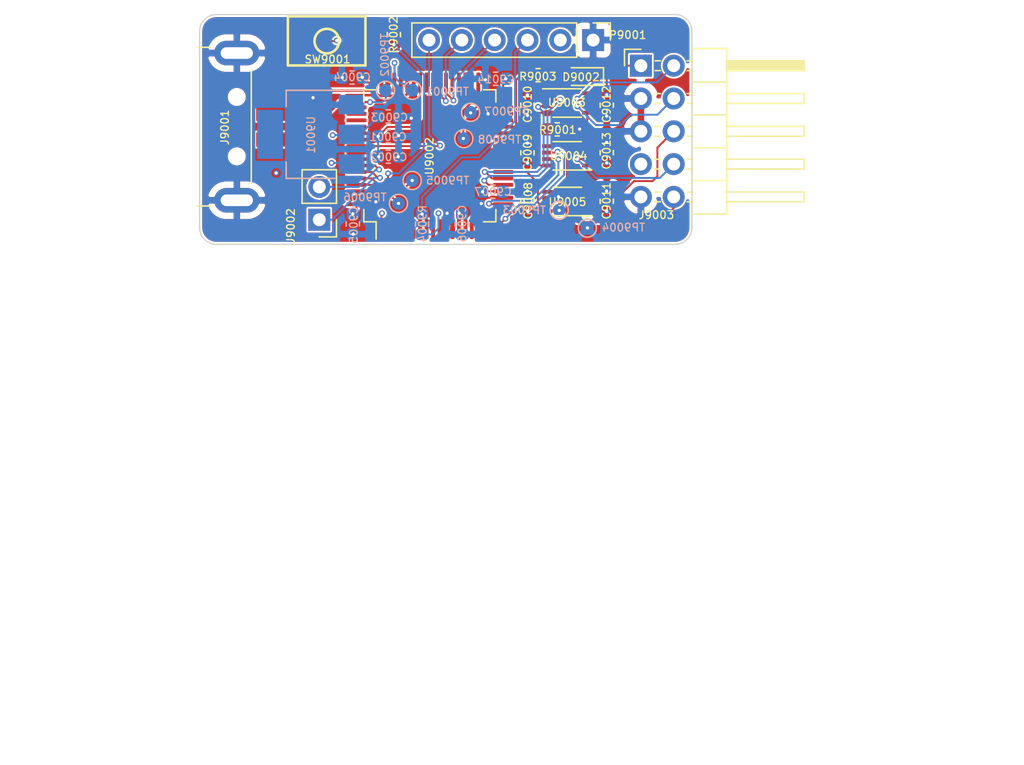
<source format=kicad_pcb>
(kicad_pcb (version 20171130) (host pcbnew "(5.1.2-1)-1")
  (title_block (date 2019-05-13))
  (layers (0 F.Cu signal) (1 In1.Cu signal) (2 In2.Cu signal) (31 B.Cu signal) (34 B.Paste user) (35 F.Paste user) (36 B.SilkS user) (37 F.SilkS user) (38 B.Mask user) (39 F.Mask user) (44 Edge.Cuts user))
  (net 0 "")
  (net 1 GND)
  (net 2 +5V)
  (net 3 +3V3)
  (net 4 /JTAG_VREF)
  (net 5 "Net-(D9002-Pad2)")
  (net 6 /USB_FS_D+)
  (net 7 /USB_FS_D-)
  (net 8 /JTAG_OUT_TRESET)
  (net 9 /JTAG_OUT_TDI)
  (net 10 /JTAG_OUT_TCK)
  (net 11 /JTAG_OUT_TMS)
  (net 12 /SWO)
  (net 13 /SWDIO)
  (net 14 /SWCLK)
  (net 15 /NRST)
  (net 16 /BOOT1)
  (net 17 /BOOT0)
  (net 18 /LED1)
  (net 19 /MCU_SWDIO)
  (net 20 /MCU_SWCLK)
  (net 21 /RX)
  (net 22 /TX)
  (net 23 /JTAG_TCK)
  (net 24 /JTAG_TMS)
  (net 25 /JTAG_TDI)
  (net 26 /JTAG_NRESET)
  (net 27 /JTAG_DIR)
  (net 28 /JTAG_TDO)
  (net 29 /JTAG_OUT_TDO)
  (net 30 /CAN1_RX)
  (net 31 /CAN1_TX)
  (net 32 /CAN2_RX)
  (net 33 /CAN2_TX)
  (module Connector_PinHeader_2.54mm:PinHeader_1x02_P2.54mm_Vertical (layer F.Cu) (at 109.5883 51.74742 180)
    (fp_text reference J9002 (at 2.20726 -0.48706 270) (layer F.SilkS) (effects (font (size 0.6 0.6) (thickness 0.1))))
    (fp_text value Conn_01x03)
    (pad 2 thru_hole oval (at 0 2.54 180) (size 1.7 1.7) (drill 1) (layers *.Cu *.Mask) (net 22 /TX))
    (pad 1 thru_hole rect (at 0 0 180) (size 1.7 1.7) (drill 1) (layers *.Cu *.Mask) (net 21 /RX))
  )
  (module Package_QFP:LQFP-64_10x10mm_P0.5mm (layer F.Cu) (at 118.14556 46.79758 90)
    (fp_text reference U9002 (at -0.02224 -0.02794 90) (layer F.SilkS) (effects (font (size 0.6 0.6) (thickness 0.1))))
    (fp_text value STM32F105RBTx)
    (pad 64 smd roundrect (at -3.75 -5.675 90) (size 0.3 1.55) (layers F.Cu F.Paste F.Mask) (net 3 +3V3))
    (pad 63 smd roundrect (at -3.25 -5.675 90) (size 0.3 1.55) (layers F.Cu F.Paste F.Mask) (net 1 GND))
    (pad 62 smd roundrect (at -2.75 -5.675 90) (size 0.3 1.55) (layers F.Cu F.Paste F.Mask) (net 31 /CAN1_TX))
    (pad 61 smd roundrect (at -2.25 -5.675 90) (size 0.3 1.55) (layers F.Cu F.Paste F.Mask) (net 30 /CAN1_RX))
    (pad 60 smd roundrect (at -1.75 -5.675 90) (size 0.3 1.55) (layers F.Cu F.Paste F.Mask) (net 17 /BOOT0))
    (pad 59 smd roundrect (at -1.25 -5.675 90) (size 0.3 1.55) (layers F.Cu F.Paste F.Mask) (net 21 /RX))
    (pad 58 smd roundrect (at -0.75 -5.675 90) (size 0.3 1.55) (layers F.Cu F.Paste F.Mask) (net 22 /TX))
    (pad 57 smd roundrect (at -0.25 -5.675 90) (size 0.3 1.55) (layers F.Cu F.Paste F.Mask))
    (pad 56 smd roundrect (at 0.25 -5.675 90) (size 0.3 1.55) (layers F.Cu F.Paste F.Mask))
    (pad 55 smd roundrect (at 0.75 -5.675 90) (size 0.3 1.55) (layers F.Cu F.Paste F.Mask) (net 12 /SWO))
    (pad 54 smd roundrect (at 1.25 -5.675 90) (size 0.3 1.55) (layers F.Cu F.Paste F.Mask))
    (pad 53 smd roundrect (at 1.75 -5.675 90) (size 0.3 1.55) (layers F.Cu F.Paste F.Mask))
    (pad 52 smd roundrect (at 2.25 -5.675 90) (size 0.3 1.55) (layers F.Cu F.Paste F.Mask))
    (pad 51 smd roundrect (at 2.75 -5.675 90) (size 0.3 1.55) (layers F.Cu F.Paste F.Mask))
    (pad 50 smd roundrect (at 3.25 -5.675 90) (size 0.3 1.55) (layers F.Cu F.Paste F.Mask))
    (pad 49 smd roundrect (at 3.75 -5.675 90) (size 0.3 1.55) (layers F.Cu F.Paste F.Mask) (net 20 /MCU_SWCLK))
    (pad 48 smd roundrect (at 5.675 -3.75 90) (size 1.55 0.3) (layers F.Cu F.Paste F.Mask) (net 3 +3V3))
    (pad 47 smd roundrect (at 5.675 -3.25 90) (size 1.55 0.3) (layers F.Cu F.Paste F.Mask) (net 1 GND))
    (pad 46 smd roundrect (at 5.675 -2.75 90) (size 1.55 0.3) (layers F.Cu F.Paste F.Mask) (net 19 /MCU_SWDIO))
    (pad 45 smd roundrect (at 5.675 -2.25 90) (size 1.55 0.3) (layers F.Cu F.Paste F.Mask) (net 6 /USB_FS_D+))
    (pad 44 smd roundrect (at 5.675 -1.75 90) (size 1.55 0.3) (layers F.Cu F.Paste F.Mask) (net 7 /USB_FS_D-))
    (pad 43 smd roundrect (at 5.675 -1.25 90) (size 1.55 0.3) (layers F.Cu F.Paste F.Mask))
    (pad 42 smd roundrect (at 5.675 -0.75 90) (size 1.55 0.3) (layers F.Cu F.Paste F.Mask) (net 2 +5V))
    (pad 41 smd roundrect (at 5.675 -0.25 90) (size 1.55 0.3) (layers F.Cu F.Paste F.Mask))
    (pad 40 smd roundrect (at 5.675 0.25 90) (size 1.55 0.3) (layers F.Cu F.Paste F.Mask))
    (pad 39 smd roundrect (at 5.675 0.75 90) (size 1.55 0.3) (layers F.Cu F.Paste F.Mask) (net 13 /SWDIO))
    (pad 38 smd roundrect (at 5.675 1.25 90) (size 1.55 0.3) (layers F.Cu F.Paste F.Mask) (net 14 /SWCLK))
    (pad 37 smd roundrect (at 5.675 1.75 90) (size 1.55 0.3) (layers F.Cu F.Paste F.Mask))
    (pad 36 smd roundrect (at 5.675 2.25 90) (size 1.55 0.3) (layers F.Cu F.Paste F.Mask))
    (pad 35 smd roundrect (at 5.675 2.75 90) (size 1.55 0.3) (layers F.Cu F.Paste F.Mask))
    (pad 34 smd roundrect (at 5.675 3.25 90) (size 1.55 0.3) (layers F.Cu F.Paste F.Mask) (net 33 /CAN2_TX))
    (pad 33 smd roundrect (at 5.675 3.75 90) (size 1.55 0.3) (layers F.Cu F.Paste F.Mask) (net 32 /CAN2_RX))
    (pad 32 smd roundrect (at 3.75 5.675 90) (size 0.3 1.55) (layers F.Cu F.Paste F.Mask) (net 3 +3V3))
    (pad 31 smd roundrect (at 3.25 5.675 90) (size 0.3 1.55) (layers F.Cu F.Paste F.Mask) (net 1 GND))
    (pad 30 smd roundrect (at 2.75 5.675 90) (size 0.3 1.55) (layers F.Cu F.Paste F.Mask))
    (pad 29 smd roundrect (at 2.25 5.675 90) (size 0.3 1.55) (layers F.Cu F.Paste F.Mask) (net 18 /LED1))
    (pad 28 smd roundrect (at 1.75 5.675 90) (size 0.3 1.55) (layers F.Cu F.Paste F.Mask) (net 16 /BOOT1))
    (pad 27 smd roundrect (at 1.25 5.675 90) (size 0.3 1.55) (layers F.Cu F.Paste F.Mask))
    (pad 26 smd roundrect (at 0.75 5.675 90) (size 0.3 1.55) (layers F.Cu F.Paste F.Mask))
    (pad 25 smd roundrect (at 0.25 5.675 90) (size 0.3 1.55) (layers F.Cu F.Paste F.Mask))
    (pad 24 smd roundrect (at -0.25 5.675 90) (size 0.3 1.55) (layers F.Cu F.Paste F.Mask))
    (pad 23 smd roundrect (at -0.75 5.675 90) (size 0.3 1.55) (layers F.Cu F.Paste F.Mask))
    (pad 22 smd roundrect (at -1.25 5.675 90) (size 0.3 1.55) (layers F.Cu F.Paste F.Mask) (net 28 /JTAG_TDO))
    (pad 21 smd roundrect (at -1.75 5.675 90) (size 0.3 1.55) (layers F.Cu F.Paste F.Mask) (net 23 /JTAG_TCK))
    (pad 20 smd roundrect (at -2.25 5.675 90) (size 0.3 1.55) (layers F.Cu F.Paste F.Mask) (net 24 /JTAG_TMS))
    (pad 19 smd roundrect (at -2.75 5.675 90) (size 0.3 1.55) (layers F.Cu F.Paste F.Mask) (net 3 +3V3))
    (pad 18 smd roundrect (at -3.25 5.675 90) (size 0.3 1.55) (layers F.Cu F.Paste F.Mask) (net 1 GND))
    (pad 17 smd roundrect (at -3.75 5.675 90) (size 0.3 1.55) (layers F.Cu F.Paste F.Mask) (net 25 /JTAG_TDI))
    (pad 16 smd roundrect (at -5.675 3.75 90) (size 1.55 0.3) (layers F.Cu F.Paste F.Mask) (net 26 /JTAG_NRESET))
    (pad 15 smd roundrect (at -5.675 3.25 90) (size 1.55 0.3) (layers F.Cu F.Paste F.Mask) (net 27 /JTAG_DIR))
    (pad 14 smd roundrect (at -5.675 2.75 90) (size 1.55 0.3) (layers F.Cu F.Paste F.Mask))
    (pad 13 smd roundrect (at -5.675 2.25 90) (size 1.55 0.3) (layers F.Cu F.Paste F.Mask) (net 3 +3V3))
    (pad 12 smd roundrect (at -5.675 1.75 90) (size 1.55 0.3) (layers F.Cu F.Paste F.Mask) (net 1 GND))
    (pad 11 smd roundrect (at -5.675 1.25 90) (size 1.55 0.3) (layers F.Cu F.Paste F.Mask))
    (pad 10 smd roundrect (at -5.675 0.75 90) (size 1.55 0.3) (layers F.Cu F.Paste F.Mask))
    (pad 9 smd roundrect (at -5.675 0.25 90) (size 1.55 0.3) (layers F.Cu F.Paste F.Mask))
    (pad 8 smd roundrect (at -5.675 -0.25 90) (size 1.55 0.3) (layers F.Cu F.Paste F.Mask))
    (pad 7 smd roundrect (at -5.675 -0.75 90) (size 1.55 0.3) (layers F.Cu F.Paste F.Mask) (net 15 /NRST))
    (pad 6 smd roundrect (at -5.675 -1.25 90) (size 1.55 0.3) (layers F.Cu F.Paste F.Mask))
    (pad 5 smd roundrect (at -5.675 -1.75 90) (size 1.55 0.3) (layers F.Cu F.Paste F.Mask))
    (pad 4 smd roundrect (at -5.675 -2.25 90) (size 1.55 0.3) (layers F.Cu F.Paste F.Mask))
    (pad 3 smd roundrect (at -5.675 -2.75 90) (size 1.55 0.3) (layers F.Cu F.Paste F.Mask))
    (pad 2 smd roundrect (at -5.675 -3.25 90) (size 1.55 0.3) (layers F.Cu F.Paste F.Mask))
    (pad 1 smd roundrect (at -5.675 -3.75 90) (size 1.55 0.3) (layers F.Cu F.Paste F.Mask) (net 3 +3V3))
  )
  (module TestPoint:TestPoint_Pad_D1.0mm (layer B.Cu) (at 120.77446 45.46854)
    (fp_text reference TP9008 (at 2.76098 0.06858) (layer B.SilkS) (effects (font (size 0.6 0.6) (thickness 0.1)) (justify mirror)))
    (fp_text value CAN2_TX)
    (pad 1 smd circle (at 0 0) (size 1 1) (layers B.Cu B.Mask) (net 33 /CAN2_TX))
  )
  (module TestPoint:TestPoint_Pad_D1.0mm (layer B.Cu) (at 121.2977 43.434)
    (fp_text reference TP9007 (at 2.7366 -0.07102) (layer B.SilkS) (effects (font (size 0.6 0.6) (thickness 0.1)) (justify mirror)))
    (fp_text value CAN2_RX)
    (pad 1 smd circle (at 0 0) (size 1 1) (layers B.Cu B.Mask) (net 32 /CAN2_RX))
  )
  (module TestPoint:TestPoint_Pad_D1.0mm (layer B.Cu) (at 115.71478 50.48504)
    (fp_text reference TP9006 (at -2.5908 -0.47498) (layer B.SilkS) (effects (font (size 0.6 0.6) (thickness 0.1)) (justify mirror)))
    (fp_text value CAN1_TX)
    (pad 1 smd circle (at 0 0) (size 1 1) (layers B.Cu B.Mask) (net 31 /CAN1_TX))
  )
  (module TestPoint:TestPoint_Pad_D1.0mm (layer B.Cu) (at 116.77904 48.70958)
    (fp_text reference TP9005 (at 2.74574 0.00254) (layer B.SilkS) (effects (font (size 0.6 0.6) (thickness 0.1)) (justify mirror)))
    (fp_text value CAN1_RX)
    (pad 1 smd circle (at 0 0) (size 1 1) (layers B.Cu B.Mask) (net 30 /CAN1_RX))
  )
  (module TestPoint:TestPoint_Pad_D1.0mm (layer B.Cu) (at 130.33502 52.40274)
    (fp_text reference TP9004 (at 2.79654 -0.05588) (layer B.SilkS) (effects (font (size 0.6 0.6) (thickness 0.1)) (justify mirror)))
    (fp_text value GND)
    (pad 1 smd circle (at 0 0) (size 1 1) (layers B.Cu B.Mask) (net 1 GND))
  )
  (module TestPoint:TestPoint_Pad_D1.0mm (layer B.Cu) (at 128.15316 51.0089)
    (fp_text reference TP9003 (at -2.69494 0) (layer B.SilkS) (effects (font (size 0.6 0.6) (thickness 0.1)) (justify mirror)))
    (fp_text value +3V3)
    (pad 1 smd circle (at 0 0) (size 1 1) (layers B.Cu B.Mask) (net 3 +3V3))
  )
  (module Capacitor_SMD:C_0603_1608Metric (layer B.Cu) (at 123.23572 40.8305 180)
    (fp_text reference C9014 (at -0.0254 -0.04318 180) (layer B.SilkS) (effects (font (size 0.6 0.6) (thickness 0.1)) (justify mirror)))
    (fp_text value 100nF)
    (pad 2 smd roundrect (at 0.7875 0 180) (size 0.875 0.95) (layers B.Cu B.Paste B.Mask) (net 1 GND))
    (pad 1 smd roundrect (at -0.7875 0 180) (size 0.875 0.95) (layers B.Cu B.Paste B.Mask) (net 3 +3V3))
  )
  (module Package_SO:VSSOP-8_2.3x2mm_P0.5mm (layer F.Cu) (at 128.78816 50.3358 180)
    (fp_text reference U9005 (at -0.00254 -0.03748 180) (layer F.SilkS) (effects (font (size 0.6 0.6) (thickness 0.1))))
    (fp_text value 74LVCH2T45DC)
    (pad 8 smd rect (at 1.55 -0.75 90) (size 0.3 0.8) (layers F.Cu F.Paste F.Mask) (net 3 +3V3))
    (pad 7 smd rect (at 1.55 -0.25 90) (size 0.3 0.8) (layers F.Cu F.Paste F.Mask) (net 28 /JTAG_TDO))
    (pad 6 smd rect (at 1.55 0.25 90) (size 0.3 0.8) (layers F.Cu F.Paste F.Mask) (net 1 GND))
    (pad 5 smd rect (at 1.55 0.75 90) (size 0.3 0.8) (layers F.Cu F.Paste F.Mask) (net 27 /JTAG_DIR))
    (pad 4 smd rect (at -1.55 0.75 90) (size 0.3 0.8) (layers F.Cu F.Paste F.Mask) (net 1 GND))
    (pad 3 smd rect (at -1.55 0.25 90) (size 0.3 0.8) (layers F.Cu F.Paste F.Mask))
    (pad 2 smd rect (at -1.55 -0.25 90) (size 0.3 0.8) (layers F.Cu F.Paste F.Mask) (net 29 /JTAG_OUT_TDO))
    (pad 1 smd rect (at -1.55 -0.75 90) (size 0.3 0.8) (layers F.Cu F.Paste F.Mask) (net 4 /JTAG_VREF))
  )
  (module Package_SO:VSSOP-8_2.3x2mm_P0.5mm (layer F.Cu) (at 128.778 46.80012 180)
    (fp_text reference U9004 (at -0.1016 -0.01208 180) (layer F.SilkS) (effects (font (size 0.6 0.6) (thickness 0.1))))
    (fp_text value 74LVCH2T45DC)
    (pad 8 smd rect (at 1.55 -0.75 90) (size 0.3 0.8) (layers F.Cu F.Paste F.Mask) (net 3 +3V3))
    (pad 7 smd rect (at 1.55 -0.25 90) (size 0.3 0.8) (layers F.Cu F.Paste F.Mask) (net 25 /JTAG_TDI))
    (pad 6 smd rect (at 1.55 0.25 90) (size 0.3 0.8) (layers F.Cu F.Paste F.Mask) (net 26 /JTAG_NRESET))
    (pad 5 smd rect (at 1.55 0.75 90) (size 0.3 0.8) (layers F.Cu F.Paste F.Mask) (net 27 /JTAG_DIR))
    (pad 4 smd rect (at -1.55 0.75 90) (size 0.3 0.8) (layers F.Cu F.Paste F.Mask) (net 1 GND))
    (pad 3 smd rect (at -1.55 0.25 90) (size 0.3 0.8) (layers F.Cu F.Paste F.Mask) (net 8 /JTAG_OUT_TRESET))
    (pad 2 smd rect (at -1.55 -0.25 90) (size 0.3 0.8) (layers F.Cu F.Paste F.Mask) (net 9 /JTAG_OUT_TDI))
    (pad 1 smd rect (at -1.55 -0.75 90) (size 0.3 0.8) (layers F.Cu F.Paste F.Mask) (net 4 /JTAG_VREF))
  )
  (module Package_SO:VSSOP-8_2.3x2mm_P0.5mm (layer F.Cu) (at 128.778 42.70818)
    (fp_text reference U9003 (at -0.03048 -0.02856) (layer F.SilkS) (effects (font (size 0.6 0.6) (thickness 0.1))))
    (fp_text value 74LVCH2T45DC)
    (pad 8 smd rect (at 1.55 -0.75 270) (size 0.3 0.8) (layers F.Cu F.Paste F.Mask) (net 4 /JTAG_VREF))
    (pad 7 smd rect (at 1.55 -0.25 270) (size 0.3 0.8) (layers F.Cu F.Paste F.Mask) (net 11 /JTAG_OUT_TMS))
    (pad 6 smd rect (at 1.55 0.25 270) (size 0.3 0.8) (layers F.Cu F.Paste F.Mask) (net 10 /JTAG_OUT_TCK))
    (pad 5 smd rect (at 1.55 0.75 270) (size 0.3 0.8) (layers F.Cu F.Paste F.Mask) (net 27 /JTAG_DIR))
    (pad 4 smd rect (at -1.55 0.75 270) (size 0.3 0.8) (layers F.Cu F.Paste F.Mask) (net 1 GND))
    (pad 3 smd rect (at -1.55 0.25 270) (size 0.3 0.8) (layers F.Cu F.Paste F.Mask) (net 23 /JTAG_TCK))
    (pad 2 smd rect (at -1.55 -0.25 270) (size 0.3 0.8) (layers F.Cu F.Paste F.Mask) (net 24 /JTAG_TMS))
    (pad 1 smd rect (at -1.55 -0.75 270) (size 0.3 0.8) (layers F.Cu F.Paste F.Mask) (net 3 +3V3))
  )
  (module Package_TO_SOT_SMD:SOT-223 (layer B.Cu) (at 108.93552 45.1358 180)
    (fp_text reference U9001 (at -0.01524 -0.04826 270) (layer B.SilkS) (effects (font (size 0.6 0.6) (thickness 0.1)) (justify mirror)))
    (fp_text value LD1117S33TR)
    (pad 1 smd rect (at -3.15 2.3 180) (size 2 1.5) (layers B.Cu B.Paste B.Mask) (net 1 GND))
    (pad 3 smd rect (at -3.15 -2.3 180) (size 2 1.5) (layers B.Cu B.Paste B.Mask) (net 2 +5V))
    (pad 2 smd rect (at -3.15 0 180) (size 2 1.5) (layers B.Cu B.Paste B.Mask) (net 3 +3V3))
    (pad 4 smd rect (at 3.15 0 180) (size 2 3.8) (layers B.Cu B.Paste B.Mask))
  )
  (module TestPoint:TestPoint_Pad_D1.0mm (layer B.Cu) (at 114.71402 41.72966)
    (fp_text reference TP9002 (at -0.0508 -2.74066 270) (layer B.SilkS) (effects (font (size 0.6 0.6) (thickness 0.1)) (justify mirror)))
    (fp_text value MSWCLK)
    (pad 1 smd circle (at 0 0) (size 1 1) (layers B.Cu B.Mask) (net 20 /MCU_SWCLK))
  )
  (module TestPoint:TestPoint_Pad_D1.0mm (layer B.Cu) (at 116.79428 41.72204)
    (fp_text reference TP9001 (at 2.70002 0.10414) (layer B.SilkS) (effects (font (size 0.6 0.6) (thickness 0.1)) (justify mirror)))
    (fp_text value MSWDIO)
    (pad 1 smd circle (at 0 0) (size 1 1) (layers B.Cu B.Mask) (net 19 /MCU_SWDIO))
  )
  (module wookey:KSR_TACTILE_SWITCH (layer F.Cu) (at 110.1598 37.89996 270)
    (fp_text reference SW9001 (at 1.42686 -0.06858) (layer F.SilkS) (effects (font (size 0.6 0.6) (thickness 0.1))))
    (fp_text value DFU hide)
    (pad 1 smd rect (at 0.01631 2.989308) (size 2 0.8) (layers F.Cu F.Paste F.Mask) (net 3 +3V3))
    (pad 2 smd rect (at 0.01631 -3.010692) (size 2 0.8) (layers F.Cu F.Paste F.Mask) (net 17 /BOOT0))
  )
  (module Resistor_SMD:R_0603_1608Metric (layer B.Cu) (at 117.54358 52.0954 90)
    (fp_text reference R9004 (at 0.0381 0.0381 90) (layer B.SilkS) (effects (font (size 0.6 0.6) (thickness 0.1)) (justify mirror)))
    (fp_text value 10K)
    (pad 2 smd roundrect (at 0.7875 0 90) (size 0.875 0.95) (layers B.Cu B.Paste B.Mask) (net 15 /NRST))
    (pad 1 smd roundrect (at -0.7875 0 90) (size 0.875 0.95) (layers B.Cu B.Paste B.Mask) (net 3 +3V3))
  )
  (module Resistor_SMD:R_0603_1608Metric (layer F.Cu) (at 126.51994 40.55426)
    (fp_text reference R9003 (at -0.01524 0.10352) (layer F.SilkS) (effects (font (size 0.6 0.6) (thickness 0.1))))
    (fp_text value 470)
    (pad 2 smd roundrect (at 0.7875 0) (size 0.875 0.95) (layers F.Cu F.Paste F.Mask) (net 5 "Net-(D9002-Pad2)"))
    (pad 1 smd roundrect (at -0.7875 0) (size 0.875 0.95) (layers F.Cu F.Paste F.Mask) (net 18 /LED1))
  )
  (module Resistor_SMD:R_0603_1608Metric (layer F.Cu) (at 115.36172 37.4142 90)
    (fp_text reference R9002 (at -0.01524 -0.02286 90) (layer F.SilkS) (effects (font (size 0.6 0.6) (thickness 0.1))))
    (fp_text value 10K)
    (pad 2 smd roundrect (at 0.7875 0 90) (size 0.875 0.95) (layers F.Cu F.Paste F.Mask) (net 1 GND))
    (pad 1 smd roundrect (at -0.7875 0 90) (size 0.875 0.95) (layers F.Cu F.Paste F.Mask) (net 17 /BOOT0))
  )
  (module Resistor_SMD:R_0603_1608Metric (layer F.Cu) (at 128.00584 44.75288)
    (fp_text reference R9001 (at 0.0381 0.03748) (layer F.SilkS) (effects (font (size 0.6 0.6) (thickness 0.1))))
    (fp_text value 10K)
    (pad 2 smd roundrect (at 0.7875 0) (size 0.875 0.95) (layers F.Cu F.Paste F.Mask) (net 1 GND))
    (pad 1 smd roundrect (at -0.7875 0) (size 0.875 0.95) (layers F.Cu F.Paste F.Mask) (net 16 /BOOT1))
  )
  (module Connector_PinHeader_2.54mm:PinHeader_1x06_P2.54mm_Vertical (layer F.Cu) (at 130.78206 37.83646 270)
    (fp_text reference P9001 (at -0.39686 -2.67716) (layer F.SilkS) (effects (font (size 0.6 0.6) (thickness 0.1))))
    (fp_text value DEBUG/PROG)
    (pad 6 thru_hole oval (at 0 12.7 270) (size 1.7 1.7) (drill 1) (layers *.Cu *.Mask) (net 12 /SWO))
    (pad 5 thru_hole oval (at 0 10.16 270) (size 1.7 1.7) (drill 1) (layers *.Cu *.Mask) (net 13 /SWDIO))
    (pad 4 thru_hole oval (at 0 7.62 270) (size 1.7 1.7) (drill 1) (layers *.Cu *.Mask) (net 14 /SWCLK))
    (pad 3 thru_hole oval (at 0 5.08 270) (size 1.7 1.7) (drill 1) (layers *.Cu *.Mask) (net 15 /NRST))
    (pad 2 thru_hole oval (at 0 2.54 270) (size 1.7 1.7) (drill 1) (layers *.Cu *.Mask) (net 3 +3V3))
    (pad 1 thru_hole rect (at 0 0 270) (size 1.7 1.7) (drill 1) (layers *.Cu *.Mask) (net 1 GND))
  )
  (module Connector_PinHeader_2.54mm:PinHeader_2x05_P2.54mm_Horizontal (layer F.Cu) (at 134.47776 39.8202)
    (fp_text reference J9003 (at 1.19888 11.564) (layer F.SilkS) (effects (font (size 0.6 0.6) (thickness 0.1))))
    (fp_text value JTAG)
    (pad 10 thru_hole oval (at 2.54 10.16) (size 1.7 1.7) (drill 1) (layers *.Cu *.Mask) (net 8 /JTAG_OUT_TRESET))
    (pad 9 thru_hole oval (at 0 10.16) (size 1.7 1.7) (drill 1) (layers *.Cu *.Mask) (net 1 GND))
    (pad 8 thru_hole oval (at 2.54 7.62) (size 1.7 1.7) (drill 1) (layers *.Cu *.Mask) (net 9 /JTAG_OUT_TDI))
    (pad 7 thru_hole oval (at 0 7.62) (size 1.7 1.7) (drill 1) (layers *.Cu *.Mask))
    (pad 6 thru_hole oval (at 2.54 5.08) (size 1.7 1.7) (drill 1) (layers *.Cu *.Mask) (net 29 /JTAG_OUT_TDO))
    (pad 5 thru_hole oval (at 0 5.08) (size 1.7 1.7) (drill 1) (layers *.Cu *.Mask) (net 1 GND))
    (pad 4 thru_hole oval (at 2.54 2.54) (size 1.7 1.7) (drill 1) (layers *.Cu *.Mask) (net 10 /JTAG_OUT_TCK))
    (pad 3 thru_hole oval (at 0 2.54) (size 1.7 1.7) (drill 1) (layers *.Cu *.Mask) (net 1 GND))
    (pad 2 thru_hole oval (at 2.54 0) (size 1.7 1.7) (drill 1) (layers *.Cu *.Mask) (net 11 /JTAG_OUT_TMS))
    (pad 1 thru_hole rect (at 0 0) (size 1.7 1.7) (drill 1) (layers *.Cu *.Mask) (net 4 /JTAG_VREF))
  )
  (module Connector_USB:USB_A_CNCTech_1001-011-01101_Horizontal (layer F.Cu) (at 96.3041 44.54144 180)
    (fp_text reference J9001 (at -5.97662 -0.05842 270) (layer F.SilkS) (effects (font (size 0.6 0.6) (thickness 0.1))))
    (fp_text value USB)
    (pad "" np_thru_hole circle (at -6.9 2.3 180) (size 1.1 1.1) (drill 1.1) (layers *.Cu *.Mask))
    (pad "" np_thru_hole circle (at -6.9 -2.3 180) (size 1.1 1.1) (drill 1.1) (layers *.Cu *.Mask))
    (pad 5 thru_hole oval (at -6.9 5.7 180) (size 3.5 1.9) (drill oval 2.5 0.9) (layers *.Cu *.Mask) (net 1 GND))
    (pad 5 thru_hole oval (at -6.9 -5.7 180) (size 3.5 1.9) (drill oval 2.5 0.9) (layers *.Cu *.Mask) (net 1 GND))
    (pad 4 smd rect (at -9.65 3.5 180) (size 2.5 1.1) (layers F.Cu F.Paste F.Mask) (net 1 GND))
    (pad 1 smd rect (at -9.65 -3.5 180) (size 2.5 1.1) (layers F.Cu F.Paste F.Mask) (net 2 +5V))
    (pad 3 smd rect (at -9.65 1 180) (size 2.5 1.1) (layers F.Cu F.Paste F.Mask) (net 6 /USB_FS_D+))
    (pad 2 smd rect (at -9.65 -1 180) (size 2.5 1.1) (layers F.Cu F.Paste F.Mask) (net 7 /USB_FS_D-))
  )
  (module LED_SMD:LED_0603_1608Metric_Castellated (layer F.Cu) (at 129.89934 40.663 180)
    (fp_text reference D9002 (at 0.05454 -0.0405 180) (layer F.SilkS) (effects (font (size 0.6 0.6) (thickness 0.1))))
    (fp_text value "LED BLUE")
    (pad 2 smd roundrect (at 0.8125 0 180) (size 1.225 0.85) (layers F.Cu F.Paste F.Mask) (net 5 "Net-(D9002-Pad2)"))
    (pad 1 smd roundrect (at -0.8125 0 180) (size 1.225 0.85) (layers F.Cu F.Paste F.Mask) (net 1 GND))
  )
  (module Capacitor_SMD:C_0603_1608Metric (layer F.Cu) (at 131.83616 46.55628 90)
    (fp_text reference C9013 (at 0.14032 -0.0127 90) (layer F.SilkS) (effects (font (size 0.6 0.6) (thickness 0.1))))
    (fp_text value 100nF)
    (pad 2 smd roundrect (at 0.7875 0 90) (size 0.875 0.95) (layers F.Cu F.Paste F.Mask) (net 1 GND))
    (pad 1 smd roundrect (at -0.7875 0 90) (size 0.875 0.95) (layers F.Cu F.Paste F.Mask) (net 4 /JTAG_VREF))
  )
  (module Capacitor_SMD:C_0603_1608Metric (layer F.Cu) (at 131.83616 42.8809 270)
    (fp_text reference C9012 (at -0.0692 0.0127 270) (layer F.SilkS) (effects (font (size 0.6 0.6) (thickness 0.1))))
    (fp_text value 100nF)
    (pad 2 smd roundrect (at 0.7875 0 270) (size 0.875 0.95) (layers F.Cu F.Paste F.Mask) (net 1 GND))
    (pad 1 smd roundrect (at -0.7875 0 270) (size 0.875 0.95) (layers F.Cu F.Paste F.Mask) (net 4 /JTAG_VREF))
  )
  (module Capacitor_SMD:C_0603_1608Metric (layer F.Cu) (at 131.83616 50.32056 90)
    (fp_text reference C9011 (at 0.03618 -0.0127 90) (layer F.SilkS) (effects (font (size 0.6 0.6) (thickness 0.1))))
    (fp_text value 100nF)
    (pad 2 smd roundrect (at 0.7875 0 90) (size 0.875 0.95) (layers F.Cu F.Paste F.Mask) (net 1 GND))
    (pad 1 smd roundrect (at -0.7875 0 90) (size 0.875 0.95) (layers F.Cu F.Paste F.Mask) (net 4 /JTAG_VREF))
  )
  (module Capacitor_SMD:C_0603_1608Metric (layer F.Cu) (at 125.69952 42.87836 270)
    (fp_text reference C9010 (at -0.06666 -0.01524 270) (layer F.SilkS) (effects (font (size 0.6 0.6) (thickness 0.1))))
    (fp_text value 100nF)
    (pad 2 smd roundrect (at 0.7875 0 270) (size 0.875 0.95) (layers F.Cu F.Paste F.Mask) (net 1 GND))
    (pad 1 smd roundrect (at -0.7875 0 270) (size 0.875 0.95) (layers F.Cu F.Paste F.Mask) (net 3 +3V3))
  )
  (module Capacitor_SMD:C_0603_1608Metric (layer F.Cu) (at 125.69952 46.56898 90)
    (fp_text reference C9009 (at 0.02094 0.01524 90) (layer F.SilkS) (effects (font (size 0.6 0.6) (thickness 0.1))))
    (fp_text value 100nF)
    (pad 2 smd roundrect (at 0.7875 0 90) (size 0.875 0.95) (layers F.Cu F.Paste F.Mask) (net 1 GND))
    (pad 1 smd roundrect (at -0.7875 0 90) (size 0.875 0.95) (layers F.Cu F.Paste F.Mask) (net 3 +3V3))
  )
  (module Capacitor_SMD:C_0603_1608Metric (layer F.Cu) (at 125.69952 50.29516 90)
    (fp_text reference C9008 (at 0.01078 0.05842 90) (layer F.SilkS) (effects (font (size 0.6 0.6) (thickness 0.1))))
    (fp_text value 100nF)
    (pad 2 smd roundrect (at 0.7875 0 90) (size 0.875 0.95) (layers F.Cu F.Paste F.Mask) (net 1 GND))
    (pad 1 smd roundrect (at -0.7875 0 90) (size 0.875 0.95) (layers F.Cu F.Paste F.Mask) (net 3 +3V3))
  )
  (module Capacitor_SMD:C_0603_1608Metric (layer B.Cu) (at 123.00966 49.57572)
    (fp_text reference C9007 (at 0.02286 0.00508) (layer B.SilkS) (effects (font (size 0.6 0.6) (thickness 0.1)) (justify mirror)))
    (fp_text value 100nF)
    (pad 2 smd roundrect (at 0.7875 0) (size 0.875 0.95) (layers B.Cu B.Paste B.Mask) (net 1 GND))
    (pad 1 smd roundrect (at -0.7875 0) (size 0.875 0.95) (layers B.Cu B.Paste B.Mask) (net 3 +3V3))
  )
  (module Capacitor_SMD:C_0603_1608Metric (layer B.Cu) (at 120.64238 52.0954 270)
    (fp_text reference C9006 (at -0.04826 -0.00762 270) (layer B.SilkS) (effects (font (size 0.6 0.6) (thickness 0.1)) (justify mirror)))
    (fp_text value 100nF)
    (pad 2 smd roundrect (at 0.7875 0 270) (size 0.875 0.95) (layers B.Cu B.Paste B.Mask) (net 1 GND))
    (pad 1 smd roundrect (at -0.7875 0 270) (size 0.875 0.95) (layers B.Cu B.Paste B.Mask) (net 3 +3V3))
  )
  (module Capacitor_SMD:C_0603_1608Metric (layer B.Cu) (at 112.18418 52.07762 270)
    (fp_text reference C9005 (at 0.07366 -0.06604 270) (layer B.SilkS) (effects (font (size 0.6 0.6) (thickness 0.1)) (justify mirror)))
    (fp_text value 100nF)
    (pad 2 smd roundrect (at 0.7875 0 270) (size 0.875 0.95) (layers B.Cu B.Paste B.Mask) (net 1 GND))
    (pad 1 smd roundrect (at -0.7875 0 270) (size 0.875 0.95) (layers B.Cu B.Paste B.Mask) (net 3 +3V3))
  )
  (module Capacitor_SMD:C_0603_1608Metric (layer B.Cu) (at 112.12322 40.73652 180)
    (fp_text reference C9004 (at -0.00508 0.02794 180) (layer B.SilkS) (effects (font (size 0.6 0.6) (thickness 0.1)) (justify mirror)))
    (fp_text value 100nF)
    (pad 2 smd roundrect (at 0.7875 0 180) (size 0.875 0.95) (layers B.Cu B.Paste B.Mask) (net 1 GND))
    (pad 1 smd roundrect (at -0.7875 0 180) (size 0.875 0.95) (layers B.Cu B.Paste B.Mask) (net 3 +3V3))
  )
  (module Capacitor_SMD:C_0603_1608Metric (layer B.Cu) (at 114.93246 43.7515)
    (fp_text reference C9003 (at 0.07874 0.07366) (layer B.SilkS) (effects (font (size 0.6 0.6) (thickness 0.1)) (justify mirror)))
    (fp_text value 10uF)
    (pad 2 smd roundrect (at 0.7875 0) (size 0.875 0.95) (layers B.Cu B.Paste B.Mask) (net 1 GND))
    (pad 1 smd roundrect (at -0.7875 0) (size 0.875 0.95) (layers B.Cu B.Paste B.Mask) (net 3 +3V3))
  )
  (module Capacitor_SMD:C_0603_1608Metric (layer B.Cu) (at 114.93246 46.85792)
    (fp_text reference C9002 (at 0.02794 0.04064) (layer B.SilkS) (effects (font (size 0.6 0.6) (thickness 0.1)) (justify mirror)))
    (fp_text value 100nF)
    (pad 2 smd roundrect (at 0.7875 0) (size 0.875 0.95) (layers B.Cu B.Paste B.Mask) (net 1 GND))
    (pad 1 smd roundrect (at -0.7875 0) (size 0.875 0.95) (layers B.Cu B.Paste B.Mask) (net 2 +5V))
  )
  (module Capacitor_SMD:C_0603_1608Metric (layer B.Cu) (at 114.93246 45.29328)
    (fp_text reference C9001 (at -0.02032 0.04572) (layer B.SilkS) (effects (font (size 0.6 0.6) (thickness 0.1)) (justify mirror)))
    (fp_text value 10uF)
    (pad 2 smd roundrect (at 0.7875 0) (size 0.875 0.95) (layers B.Cu B.Paste B.Mask) (net 1 GND))
    (pad 1 smd roundrect (at -0.7875 0) (size 0.875 0.95) (layers B.Cu B.Paste B.Mask) (net 2 +5V))
  )
  (gr_arc (start 137.13 52.35796) (end 138.43 52.35796) (angle 90) (layer Edge.Cuts) (width 0.1))
  (gr_arc (start 101.63 52.35796) (end 101.63 53.65796) (angle 90) (layer Edge.Cuts) (width 0.1))
  (gr_arc (start 101.63 37.15796) (end 100.33 37.15796) (angle 90) (layer Edge.Cuts) (width 0.1))
  (gr_arc (start 137.13 37.15796) (end 137.13 35.85796) (angle 90) (layer Edge.Cuts) (width 0.1))
  (gr_line (start 100.33 52.35796) (end 100.33 37.15796) (layer Edge.Cuts) (width 0.1))
  (gr_line (start 137.13 53.65796) (end 101.63 53.65796) (layer Edge.Cuts) (width 0.1))
  (gr_line (start 138.43 37.15796) (end 138.43 52.35796) (layer Edge.Cuts) (width 0.1))
  (gr_line (start 101.63 35.85796) (end 137.13 35.85796) (layer Edge.Cuts) (width 0.1))
  (via (at 115.697 46.86554) (size 0.45) (drill 0.25) (layers F.Cu B.Cu) (net 1))
  (via (at 115.73256 45.23486) (size 0.45) (drill 0.25) (layers F.Cu B.Cu) (net 1))
  (via (at 131.81838 49.52492) (size 0.45) (drill 0.25) (layers F.Cu B.Cu) (net 1))
  (via (at 131.826 45.76064) (size 0.45) (drill 0.25) (layers F.Cu B.Cu) (net 1))
  (via (at 131.826 43.71848) (size 0.45) (drill 0.25) (layers F.Cu B.Cu) (net 1))
  (via (at 125.68936 45.81652) (size 0.45) (drill 0.25) (layers F.Cu B.Cu) (net 1))
  (via (at 125.68936 49.51476) (size 0.45) (drill 0.25) (layers F.Cu B.Cu) (net 1))
  (via (at 122.44832 40.91178) (size 0.45) (drill 0.25) (layers F.Cu B.Cu) (net 1))
  (via (at 111.3663 40.73652) (size 0.45) (drill 0.25) (layers F.Cu B.Cu) (net 1))
  (via (at 112.21212 52.86248) (size 0.45) (drill 0.25) (layers F.Cu B.Cu) (net 1))
  (via (at 122.64644 43.54576) (size 0.45) (drill 0.25) (layers F.Cu B.Cu) (net 1))
  (segment (start 122.64826 43.54758) (end 122.64644 43.54576) (width 0.15) (layer F.Cu) (net 1))
  (segment (start 123.82056 43.54758) (end 122.64826 43.54758) (width 0.15) (layer F.Cu) (net 1))
  (via (at 129.73558 44.7294) (size 0.45) (drill 0.25) (layers F.Cu B.Cu) (net 1))
  (segment (start 129.7121 44.75288) (end 129.73558 44.7294) (width 0.15) (layer F.Cu) (net 1))
  (segment (start 128.79334 44.75288) (end 129.7121 44.75288) (width 0.15) (layer F.Cu) (net 1))
  (via (at 122.123638 50.499486) (size 0.45) (drill 0.25) (layers F.Cu B.Cu) (net 1))
  (segment (start 122.257346 50.04758) (end 122.123638 50.181288) (width 0.15) (layer F.Cu) (net 1))
  (segment (start 123.82056 50.04758) (end 122.257346 50.04758) (width 0.15) (layer F.Cu) (net 1))
  (segment (start 122.123638 50.181288) (end 122.123638 50.499486) (width 0.15) (layer F.Cu) (net 1))
  (segment (start 126.27452 43.66586) (end 125.69952 43.66586) (width 0.15) (layer F.Cu) (net 1))
  (segment (start 126.47032 43.66586) (end 126.27452 43.66586) (width 0.15) (layer F.Cu) (net 1))
  (segment (start 126.678 43.45818) (end 126.47032 43.66586) (width 0.15) (layer F.Cu) (net 1))
  (segment (start 127.228 43.45818) (end 126.678 43.45818) (width 0.15) (layer F.Cu) (net 1))
  (via (at 125.699519 43.665861) (size 0.45) (drill 0.25) (layers F.Cu B.Cu) (net 1))
  (segment (start 131.78342 49.5858) (end 131.83616 49.53306) (width 0.15) (layer F.Cu) (net 1))
  (segment (start 130.33816 49.5858) (end 131.78342 49.5858) (width 0.15) (layer F.Cu) (net 1))
  (segment (start 131.26116 45.76878) (end 131.83616 45.76878) (width 0.15) (layer F.Cu) (net 1))
  (segment (start 131.15934 45.76878) (end 131.26116 45.76878) (width 0.15) (layer F.Cu) (net 1))
  (segment (start 130.878 46.05012) (end 131.15934 45.76878) (width 0.15) (layer F.Cu) (net 1))
  (segment (start 130.328 46.05012) (end 130.878 46.05012) (width 0.15) (layer F.Cu) (net 1))
  (via (at 130.34518 52.37931) (size 0.45) (drill 0.25) (layers F.Cu B.Cu) (net 1))
  (segment (start 127.97582 50.0858) (end 128.09474 49.96688) (width 0.15) (layer F.Cu) (net 1))
  (via (at 128.09474 49.96688) (size 0.45) (drill 0.25) (layers F.Cu B.Cu) (net 1))
  (segment (start 127.23816 50.0858) (end 127.97582 50.0858) (width 0.15) (layer F.Cu) (net 1))
  (via (at 109.1057 42.29862) (size 0.45) (drill 0.25) (layers F.Cu B.Cu) (net 1))
  (segment (start 109.1696 42.30556) (end 109.16266 42.29862) (width 0.15) (layer B.Cu) (net 1))
  (segment (start 109.16266 42.29862) (end 109.1057 42.29862) (width 0.15) (layer B.Cu) (net 1))
  (via (at 116.70538 43.88866) (size 0.45) (drill 0.25) (layers F.Cu B.Cu) (net 1))
  (segment (start 116.56822 43.7515) (end 116.70538 43.88866) (width 0.15) (layer B.Cu) (net 1))
  (segment (start 115.71996 43.7515) (end 116.56822 43.7515) (width 0.15) (layer B.Cu) (net 1))
  (via (at 113.96726 50.36058) (size 0.45) (drill 0.25) (layers F.Cu B.Cu) (net 1))
  (segment (start 113.742261 50.135581) (end 113.96726 50.36058) (width 0.15) (layer F.Cu) (net 1))
  (segment (start 112.47056 50.04758) (end 113.65426 50.04758) (width 0.15) (layer F.Cu) (net 1))
  (segment (start 113.65426 50.04758) (end 113.742261 50.135581) (width 0.15) (layer F.Cu) (net 1))
  (via (at 119.47906 51.24704) (size 0.45) (drill 0.25) (layers F.Cu B.Cu) (net 1))
  (segment (start 119.89556 52.47258) (end 119.89556 51.59758) (width 0.15) (layer F.Cu) (net 1))
  (segment (start 119.89556 51.59758) (end 119.54502 51.24704) (width 0.15) (layer F.Cu) (net 1))
  (segment (start 119.54502 51.24704) (end 119.47906 51.24704) (width 0.15) (layer F.Cu) (net 1))
  (via (at 114.1857 46.86554) (size 0.45) (drill 0.25) (layers F.Cu B.Cu) (net 2))
  (via (at 106.25328 48.12792) (size 0.45) (drill 0.25) (layers F.Cu B.Cu) (net 2))
  (segment (start 114.14496 45.29328) (end 114.14496 46.85792) (width 0.15) (layer B.Cu) (net 2))
  (segment (start 117.39556 41.12258) (end 117.39556 43.8665) (width 0.15) (layer F.Cu) (net 2))
  (segment (start 117.39556 43.8665) (end 116.7003 44.56176) (width 0.15) (layer F.Cu) (net 2))
  (via (at 114.14496 45.29328) (size 0.45) (drill 0.25) (layers F.Cu B.Cu) (net 2))
  (segment (start 114.87648 44.56176) (end 114.14496 45.29328) (width 0.15) (layer F.Cu) (net 2))
  (segment (start 116.7003 44.56176) (end 114.87648 44.56176) (width 0.15) (layer F.Cu) (net 2))
  (via (at 110.5408 47.3456) (size 0.45) (drill 0.25) (layers F.Cu B.Cu) (net 2))
  (segment (start 112.11386 47.20974) (end 111.978 47.3456) (width 0.15) (layer B.Cu) (net 2))
  (segment (start 111.978 47.3456) (end 110.858998 47.3456) (width 0.15) (layer B.Cu) (net 2))
  (segment (start 110.858998 47.3456) (end 110.5408 47.3456) (width 0.15) (layer B.Cu) (net 2))
  (via (at 128.15316 51.0286) (size 0.45) (drill 0.25) (layers F.Cu B.Cu) (net 3))
  (via (at 125.72746 51.1048) (size 0.45) (drill 0.25) (layers F.Cu B.Cu) (net 3))
  (via (at 112.18418 51.29012) (size 0.45) (drill 0.25) (layers F.Cu B.Cu) (net 3))
  (segment (start 112.47056 51.00374) (end 112.18418 51.29012) (width 0.15) (layer F.Cu) (net 3))
  (segment (start 112.47056 50.54758) (end 112.47056 51.00374) (width 0.15) (layer F.Cu) (net 3))
  (segment (start 113.22312 41.12258) (end 112.91834 40.8178) (width 0.15) (layer F.Cu) (net 3))
  (via (at 112.92332 40.71874) (size 0.45) (drill 0.25) (layers F.Cu B.Cu) (net 3))
  (segment (start 114.39556 41.12258) (end 113.22312 41.12258) (width 0.15) (layer F.Cu) (net 3))
  (via (at 124.02322 40.8305) (size 0.45) (drill 0.25) (layers F.Cu B.Cu) (net 3))
  (segment (start 123.82056 41.03316) (end 124.02322 40.8305) (width 0.15) (layer F.Cu) (net 3))
  (segment (start 123.82056 43.04758) (end 123.82056 41.03316) (width 0.15) (layer F.Cu) (net 3))
  (via (at 110.93958 37.8714) (size 0.45) (drill 0.25) (layers F.Cu B.Cu) (net 3))
  (segment (start 110.89471 37.91627) (end 110.93958 37.8714) (width 0.15) (layer F.Cu) (net 3))
  (segment (start 107.170492 37.91627) (end 110.89471 37.91627) (width 0.15) (layer F.Cu) (net 3))
  (segment (start 122.2503 49.54758) (end 122.22216 49.57572) (width 0.15) (layer F.Cu) (net 3))
  (via (at 122.22216 49.57572) (size 0.45) (drill 0.25) (layers F.Cu B.Cu) (net 3))
  (segment (start 123.82056 49.54758) (end 122.2503 49.54758) (width 0.15) (layer F.Cu) (net 3))
  (via (at 125.69952 42.09086) (size 0.45) (drill 0.25) (layers F.Cu B.Cu) (net 3))
  (segment (start 125.8322 41.95818) (end 125.69952 42.09086) (width 0.15) (layer F.Cu) (net 3))
  (segment (start 127.228 41.95818) (end 125.8322 41.95818) (width 0.15) (layer F.Cu) (net 3))
  (segment (start 126.48436 47.35648) (end 125.69952 47.35648) (width 0.15) (layer F.Cu) (net 3))
  (segment (start 126.678 47.55012) (end 126.48436 47.35648) (width 0.15) (layer F.Cu) (net 3))
  (segment (start 127.228 47.55012) (end 126.678 47.55012) (width 0.15) (layer F.Cu) (net 3))
  (segment (start 125.69952 47.35648) (end 125.69952 47.35648) (width 0.15) (layer F.Cu) (net 3))
  (via (at 125.69952 47.35648) (size 0.45) (drill 0.25) (layers F.Cu B.Cu) (net 3))
  (segment (start 125.74646 51.0858) (end 125.72746 51.1048) (width 0.15) (layer F.Cu) (net 3))
  (segment (start 127.23816 51.0858) (end 125.74646 51.0858) (width 0.15) (layer F.Cu) (net 3))
  (via (at 110.62716 45.19676) (size 0.45) (drill 0.25) (layers F.Cu B.Cu) (net 3))
  (segment (start 114.14496 43.7515) (end 112.6997 45.19676) (width 0.15) (layer B.Cu) (net 3))
  (segment (start 112.6997 45.19676) (end 110.945358 45.19676) (width 0.15) (layer B.Cu) (net 3))
  (segment (start 110.945358 45.19676) (end 110.62716 45.19676) (width 0.15) (layer B.Cu) (net 3))
  (segment (start 120.39556 51.2424) (end 120.40616 51.2318) (width 0.15) (layer F.Cu) (net 3))
  (segment (start 120.39556 52.47258) (end 120.39556 51.2424) (width 0.15) (layer F.Cu) (net 3))
  (via (at 120.40616 51.2318) (size 0.45) (drill 0.25) (layers F.Cu B.Cu) (net 3))
  (via (at 118.81358 51.2445) (size 0.45) (drill 0.25) (layers F.Cu B.Cu) (net 3))
  (segment (start 118.81358 52.41544) (end 118.81358 51.2445) (width 0.15) (layer B.Cu) (net 3))
  (segment (start 118.34612 52.8829) (end 118.81358 52.41544) (width 0.15) (layer B.Cu) (net 3))
  (segment (start 117.54358 52.8829) (end 118.34612 52.8829) (width 0.15) (layer B.Cu) (net 3))
  (via (at 114.4397 51.2445) (size 0.45) (drill 0.25) (layers F.Cu B.Cu) (net 3))
  (segment (start 114.39556 52.47258) (end 114.39556 51.28864) (width 0.15) (layer F.Cu) (net 3))
  (segment (start 114.39556 51.28864) (end 114.4397 51.2445) (width 0.15) (layer F.Cu) (net 3))
  (segment (start 131.83616 42.0934) (end 131.83616 42.0751) (width 0.15) (layer F.Cu) (net 4))
  (segment (start 132.32068 39.8202) (end 134.47776 39.8202) (width 0.15) (layer F.Cu) (net 4))
  (segment (start 131.83616 40.30472) (end 132.32068 39.8202) (width 0.15) (layer F.Cu) (net 4))
  (segment (start 131.8139 51.0858) (end 131.82564 51.09754) (width 0.15) (layer F.Cu) (net 4))
  (segment (start 130.33816 51.0858) (end 131.8139 51.0858) (width 0.15) (layer F.Cu) (net 4))
  (segment (start 130.878 47.55012) (end 131.08506 47.34306) (width 0.15) (layer F.Cu) (net 4))
  (segment (start 130.328 47.55012) (end 130.878 47.55012) (width 0.15) (layer F.Cu) (net 4))
  (segment (start 131.08578 47.34378) (end 131.83616 47.34378) (width 0.15) (layer F.Cu) (net 4))
  (segment (start 131.08506 47.34306) (end 131.08578 47.34378) (width 0.15) (layer F.Cu) (net 4))
  (segment (start 131.0717 41.95818) (end 130.328 41.95818) (width 0.15) (layer F.Cu) (net 4))
  (segment (start 131.20692 42.0934) (end 131.0717 41.95818) (width 0.15) (layer F.Cu) (net 4))
  (segment (start 131.83616 42.0934) (end 131.20692 42.0934) (width 0.15) (layer F.Cu) (net 4))
  (segment (start 131.83616 42.0751) (end 131.83616 40.30472) (width 0.15) (layer F.Cu) (net 4))
  (via (at 131.83616 42.0751) (size 0.45) (drill 0.25) (layers F.Cu B.Cu) (net 4))
  (segment (start 131.82564 51.09754) (end 131.83616 51.10806) (width 0.15) (layer F.Cu) (net 4))
  (via (at 131.82564 51.09754) (size 0.45) (drill 0.25) (layers F.Cu B.Cu) (net 4))
  (segment (start 131.83616 47.34378) (end 131.83616 47.34378) (width 0.15) (layer F.Cu) (net 4))
  (via (at 131.83616 47.34378) (size 0.45) (drill 0.25) (layers F.Cu B.Cu) (net 4))
  (segment (start 128.9781 40.55426) (end 129.08684 40.663) (width 0.15) (layer F.Cu) (net 5))
  (segment (start 127.30744 40.55426) (end 128.9781 40.55426) (width 0.15) (layer F.Cu) (net 5))
  (segment (start 108.735172 41.744848) (end 113.784608 41.744848) (width 0.2) (layer F.Cu) (net 6))
  (segment (start 106.90556 43.57446) (end 108.735172 41.744848) (width 0.2) (layer F.Cu) (net 6))
  (segment (start 113.784608 41.744848) (end 114.18635 42.14659) (width 0.2) (layer F.Cu) (net 6))
  (segment (start 114.18635 42.14659) (end 115.74655 42.14659) (width 0.2) (layer F.Cu) (net 6))
  (segment (start 106.20556 43.57446) (end 106.90556 43.57446) (width 0.2) (layer F.Cu) (net 6))
  (segment (start 115.74655 42.14659) (end 115.89556 41.99758) (width 0.2) (layer F.Cu) (net 6))
  (segment (start 115.89556 41.99758) (end 115.89556 41.12258) (width 0.2) (layer F.Cu) (net 6))
  (segment (start 108.22324 45.57446) (end 111.696344 42.101356) (width 0.2) (layer F.Cu) (net 7))
  (segment (start 106.20556 45.57446) (end 108.22324 45.57446) (width 0.2) (layer F.Cu) (net 7))
  (segment (start 115.897539 42.495601) (end 116.39556 41.99758) (width 0.2) (layer F.Cu) (net 7))
  (segment (start 111.696344 42.101356) (end 113.64754 42.101356) (width 0.2) (layer F.Cu) (net 7))
  (segment (start 113.64754 42.101356) (end 114.041785 42.495601) (width 0.2) (layer F.Cu) (net 7))
  (segment (start 116.39556 41.99758) (end 116.39556 41.12258) (width 0.2) (layer F.Cu) (net 7))
  (segment (start 114.041785 42.495601) (end 115.897539 42.495601) (width 0.2) (layer F.Cu) (net 7))
  (segment (start 135.93318 51.9303) (end 137.01776 50.84572) (width 0.15) (layer F.Cu) (net 8))
  (segment (start 129.1082 46.66488) (end 129.1082 51.49088) (width 0.15) (layer F.Cu) (net 8))
  (segment (start 129.1082 51.49088) (end 129.54762 51.9303) (width 0.15) (layer F.Cu) (net 8))
  (segment (start 129.54762 51.9303) (end 135.93318 51.9303) (width 0.15) (layer F.Cu) (net 8))
  (segment (start 129.22296 46.55012) (end 129.1082 46.66488) (width 0.15) (layer F.Cu) (net 8))
  (segment (start 137.01776 50.84572) (end 137.01776 49.9802) (width 0.15) (layer F.Cu) (net 8))
  (segment (start 130.328 46.55012) (end 129.22296 46.55012) (width 0.15) (layer F.Cu) (net 8))
  (via (at 129.56032 47.05604) (size 0.45) (drill 0.25) (layers F.Cu B.Cu) (net 9))
  (segment (start 129.56624 47.05012) (end 129.56032 47.05604) (width 0.15) (layer F.Cu) (net 9))
  (segment (start 130.328 47.05012) (end 129.56624 47.05012) (width 0.15) (layer F.Cu) (net 9))
  (segment (start 136.167761 48.290199) (end 137.01776 47.4402) (width 0.15) (layer B.Cu) (net 9))
  (segment (start 135.943759 48.514201) (end 136.167761 48.290199) (width 0.15) (layer B.Cu) (net 9))
  (segment (start 131.018481 48.514201) (end 135.943759 48.514201) (width 0.15) (layer B.Cu) (net 9))
  (segment (start 129.56032 47.05604) (end 131.018481 48.514201) (width 0.15) (layer B.Cu) (net 9))
  (segment (start 129.58402 42.95818) (end 129.56794 42.97426) (width 0.15) (layer F.Cu) (net 10))
  (via (at 129.56794 42.97426) (size 0.45) (drill 0.25) (layers F.Cu B.Cu) (net 10))
  (segment (start 130.328 42.95818) (end 129.58402 42.95818) (width 0.15) (layer F.Cu) (net 10))
  (segment (start 136.167761 43.210199) (end 137.01776 42.3602) (width 0.15) (layer B.Cu) (net 10))
  (segment (start 135.76362 43.61434) (end 136.167761 43.210199) (width 0.15) (layer B.Cu) (net 10))
  (segment (start 133.68782 43.61434) (end 135.76362 43.61434) (width 0.15) (layer B.Cu) (net 10))
  (segment (start 130.419879 43.849059) (end 130.99034 44.41952) (width 0.15) (layer B.Cu) (net 10))
  (segment (start 132.88264 44.41952) (end 133.68782 43.61434) (width 0.15) (layer B.Cu) (net 10))
  (segment (start 130.99034 44.41952) (end 132.88264 44.41952) (width 0.15) (layer B.Cu) (net 10))
  (segment (start 130.419879 43.826199) (end 130.419879 43.849059) (width 0.15) (layer B.Cu) (net 10))
  (segment (start 129.56794 42.97426) (end 130.419879 43.826199) (width 0.15) (layer B.Cu) (net 10))
  (segment (start 130.813197 41.11244) (end 129.775123 42.150514) (width 0.15) (layer B.Cu) (net 11))
  (segment (start 130.328 42.45818) (end 129.632791 42.45818) (width 0.15) (layer F.Cu) (net 11))
  (via (at 129.550124 42.375513) (size 0.45) (drill 0.25) (layers F.Cu B.Cu) (net 11))
  (segment (start 137.01776 39.8202) (end 135.72552 41.11244) (width 0.15) (layer B.Cu) (net 11))
  (segment (start 129.775123 42.150514) (end 129.550124 42.375513) (width 0.15) (layer B.Cu) (net 11))
  (segment (start 129.632791 42.45818) (end 129.550124 42.375513) (width 0.15) (layer F.Cu) (net 11))
  (segment (start 135.72552 41.11244) (end 130.813197 41.11244) (width 0.15) (layer B.Cu) (net 11))
  (via (at 118.932059 46.010461) (size 0.45) (drill 0.25) (layers F.Cu B.Cu) (net 12))
  (segment (start 118.89494 46.04758) (end 118.932059 46.010461) (width 0.15) (layer F.Cu) (net 12))
  (segment (start 112.47056 46.04758) (end 118.89494 46.04758) (width 0.15) (layer F.Cu) (net 12))
  (segment (start 118.70706 45.785462) (end 118.932059 46.010461) (width 0.15) (layer B.Cu) (net 12))
  (segment (start 118.08206 37.83646) (end 118.08206 45.160462) (width 0.15) (layer B.Cu) (net 12))
  (segment (start 118.08206 45.160462) (end 118.70706 45.785462) (width 0.15) (layer B.Cu) (net 12))
  (segment (start 119.15332 42.328478) (end 119.378319 42.553477) (width 0.15) (layer F.Cu) (net 13))
  (segment (start 120.62206 37.83646) (end 119.378319 39.080201) (width 0.15) (layer B.Cu) (net 13))
  (via (at 119.378319 42.553477) (size 0.45) (drill 0.25) (layers F.Cu B.Cu) (net 13))
  (segment (start 118.89556 41.12258) (end 118.89556 42.070718) (width 0.15) (layer F.Cu) (net 13))
  (segment (start 118.89556 42.070718) (end 119.15332 42.328478) (width 0.15) (layer F.Cu) (net 13))
  (segment (start 119.378319 39.080201) (end 119.378319 42.235279) (width 0.15) (layer B.Cu) (net 13))
  (segment (start 119.378319 42.235279) (end 119.378319 42.553477) (width 0.15) (layer B.Cu) (net 13))
  (via (at 119.9769 42.51706) (size 0.45) (drill 0.25) (layers F.Cu B.Cu) (net 14))
  (segment (start 119.39556 41.93572) (end 119.9769 42.51706) (width 0.15) (layer F.Cu) (net 14))
  (segment (start 119.39556 41.12258) (end 119.39556 41.93572) (width 0.15) (layer F.Cu) (net 14))
  (segment (start 119.9769 41.02162) (end 120.96496 40.03356) (width 0.15) (layer B.Cu) (net 14))
  (segment (start 119.9769 42.51706) (end 119.9769 41.02162) (width 0.15) (layer B.Cu) (net 14))
  (segment (start 120.96496 40.03356) (end 123.16206 37.83646) (width 0.15) (layer B.Cu) (net 14))
  (segment (start 117.39556 51.45592) (end 117.54358 51.3079) (width 0.15) (layer F.Cu) (net 15))
  (via (at 117.54358 51.3079) (size 0.45) (drill 0.25) (layers F.Cu B.Cu) (net 15))
  (segment (start 117.39556 52.47258) (end 117.39556 51.45592) (width 0.15) (layer F.Cu) (net 15))
  (segment (start 124.74448 44.107) (end 124.74448 38.79404) (width 0.15) (layer B.Cu) (net 15))
  (segment (start 124.74448 38.79404) (end 124.852061 38.686459) (width 0.15) (layer B.Cu) (net 15))
  (segment (start 124.852061 38.686459) (end 125.70206 37.83646) (width 0.15) (layer B.Cu) (net 15))
  (segment (start 117.54358 51.3079) (end 117.54358 49.98466) (width 0.15) (layer B.Cu) (net 15))
  (segment (start 120.60941 46.91883) (end 121.93265 46.91883) (width 0.15) (layer B.Cu) (net 15))
  (segment (start 117.54358 49.98466) (end 120.60941 46.91883) (width 0.15) (layer B.Cu) (net 15))
  (segment (start 121.93265 46.91883) (end 124.74448 44.107) (width 0.15) (layer B.Cu) (net 15))
  (segment (start 123.82056 45.04758) (end 125.29498 45.04758) (width 0.15) (layer F.Cu) (net 16))
  (segment (start 125.58968 44.75288) (end 127.21834 44.75288) (width 0.15) (layer F.Cu) (net 16))
  (segment (start 125.29498 45.04758) (end 125.58968 44.75288) (width 0.15) (layer F.Cu) (net 16))
  (segment (start 113.170492 37.91627) (end 114.38551 37.91627) (width 0.15) (layer F.Cu) (net 17))
  (segment (start 114.67094 38.2017) (end 115.36172 38.2017) (width 0.15) (layer F.Cu) (net 17))
  (segment (start 114.38551 37.91627) (end 114.67094 38.2017) (width 0.15) (layer F.Cu) (net 17))
  (via (at 114.90706 48.16094) (size 0.45) (drill 0.25) (layers F.Cu B.Cu) (net 17))
  (segment (start 114.90706 48.16094) (end 115.50396 48.16094) (width 0.15) (layer B.Cu) (net 17))
  (segment (start 115.50396 48.16094) (end 115.7351 48.16094) (width 0.15) (layer B.Cu) (net 17))
  (segment (start 115.7351 48.16094) (end 117.70614 46.1899) (width 0.15) (layer B.Cu) (net 17))
  (via (at 115.36172 38.2017) (size 0.45) (drill 0.25) (layers F.Cu B.Cu) (net 17))
  (segment (start 117.70614 40.54612) (end 115.36172 38.2017) (width 0.15) (layer B.Cu) (net 17))
  (segment (start 117.70614 46.1899) (end 117.70614 40.54612) (width 0.15) (layer B.Cu) (net 17))
  (segment (start 113.663978 48.54758) (end 114.065956 48.949558) (width 0.15) (layer F.Cu) (net 17))
  (segment (start 114.90706 48.541746) (end 114.90706 48.479138) (width 0.15) (layer F.Cu) (net 17))
  (segment (start 114.065956 48.949558) (end 114.499248 48.949558) (width 0.15) (layer F.Cu) (net 17))
  (segment (start 114.90706 48.479138) (end 114.90706 48.16094) (width 0.15) (layer F.Cu) (net 17))
  (segment (start 112.47056 48.54758) (end 113.663978 48.54758) (width 0.15) (layer F.Cu) (net 17))
  (segment (start 114.499248 48.949558) (end 114.90706 48.541746) (width 0.15) (layer F.Cu) (net 17))
  (segment (start 124.69556 44.54758) (end 123.82056 44.54758) (width 0.15) (layer F.Cu) (net 18))
  (segment (start 124.81957 44.42357) (end 124.69556 44.54758) (width 0.15) (layer F.Cu) (net 18))
  (segment (start 124.81957 40.92963) (end 124.81957 44.42357) (width 0.15) (layer F.Cu) (net 18))
  (segment (start 125.19494 40.55426) (end 124.81957 40.92963) (width 0.15) (layer F.Cu) (net 18))
  (segment (start 125.73244 40.55426) (end 125.19494 40.55426) (width 0.15) (layer F.Cu) (net 18))
  (via (at 115.41506 39.60368) (size 0.45) (drill 0.25) (layers F.Cu B.Cu) (net 19))
  (segment (start 115.41506 41.10308) (end 115.39556 41.12258) (width 0.15) (layer F.Cu) (net 19))
  (segment (start 115.41506 39.60368) (end 115.41506 41.10308) (width 0.15) (layer F.Cu) (net 19))
  (segment (start 116.294281 41.222041) (end 115.931061 41.222041) (width 0.15) (layer B.Cu) (net 19))
  (segment (start 115.931061 41.222041) (end 115.41506 40.70604) (width 0.15) (layer B.Cu) (net 19))
  (segment (start 115.41506 40.70604) (end 115.41506 39.60368) (width 0.15) (layer B.Cu) (net 19))
  (segment (start 116.79428 41.72204) (end 116.294281 41.222041) (width 0.15) (layer B.Cu) (net 19))
  (segment (start 113.199318 42.641684) (end 113.517516 42.641684) (width 0.15) (layer F.Cu) (net 20))
  (via (at 113.517516 42.641684) (size 0.45) (drill 0.25) (layers F.Cu B.Cu) (net 20))
  (segment (start 112.876456 42.641684) (end 113.199318 42.641684) (width 0.15) (layer F.Cu) (net 20))
  (segment (start 112.47056 43.04758) (end 112.876456 42.641684) (width 0.15) (layer F.Cu) (net 20))
  (segment (start 113.517516 42.641684) (end 114.464936 42.641684) (width 0.15) (layer B.Cu) (net 20))
  (segment (start 114.464936 42.641684) (end 114.74196 42.36466) (width 0.15) (layer B.Cu) (net 20))
  (segment (start 114.74196 41.7576) (end 114.71402 41.72966) (width 0.15) (layer B.Cu) (net 20))
  (segment (start 114.74196 42.36466) (end 114.74196 41.7576) (width 0.15) (layer B.Cu) (net 20))
  (via (at 114.28476 48.500548) (size 0.45) (drill 0.25) (layers F.Cu B.Cu) (net 21))
  (segment (start 109.57052 51.7455) (end 110.57052 51.7455) (width 0.15) (layer B.Cu) (net 21))
  (segment (start 113.815472 48.500548) (end 113.966562 48.500548) (width 0.15) (layer B.Cu) (net 21))
  (segment (start 110.57052 51.7455) (end 113.815472 48.500548) (width 0.15) (layer B.Cu) (net 21))
  (segment (start 112.47056 48.04758) (end 113.659533 48.04758) (width 0.15) (layer F.Cu) (net 21))
  (segment (start 113.659533 48.04758) (end 114.112501 48.500548) (width 0.15) (layer F.Cu) (net 21))
  (segment (start 113.966562 48.500548) (end 114.28476 48.500548) (width 0.15) (layer B.Cu) (net 21))
  (segment (start 114.112501 48.500548) (end 114.28476 48.500548) (width 0.15) (layer F.Cu) (net 21))
  (segment (start 112.63314 49.2055) (end 113.9718 47.86684) (width 0.15) (layer B.Cu) (net 22))
  (segment (start 113.992118 47.641841) (end 114.217117 47.86684) (width 0.15) (layer F.Cu) (net 22))
  (segment (start 112.47056 47.54758) (end 113.897857 47.54758) (width 0.15) (layer F.Cu) (net 22))
  (segment (start 113.9718 47.86684) (end 114.217117 47.86684) (width 0.15) (layer B.Cu) (net 22))
  (via (at 114.217117 47.86684) (size 0.45) (drill 0.25) (layers F.Cu B.Cu) (net 22))
  (segment (start 113.897857 47.54758) (end 113.992118 47.641841) (width 0.15) (layer F.Cu) (net 22))
  (segment (start 109.57052 49.2055) (end 112.63314 49.2055) (width 0.15) (layer B.Cu) (net 22))
  (segment (start 122.44208 48.0441) (end 122.39244 48.0441) (width 0.15) (layer F.Cu) (net 23))
  (via (at 122.39244 48.0441) (size 0.45) (drill 0.25) (layers F.Cu B.Cu) (net 23))
  (segment (start 123.82056 48.54758) (end 122.94556 48.54758) (width 0.15) (layer F.Cu) (net 23))
  (segment (start 122.94556 48.54758) (end 122.44208 48.0441) (width 0.15) (layer F.Cu) (net 23))
  (via (at 126.52756 43.01236) (size 0.45) (drill 0.25) (layers F.Cu B.Cu) (net 23))
  (segment (start 126.58174 42.95818) (end 126.52756 43.01236) (width 0.15) (layer F.Cu) (net 23))
  (segment (start 127.228 42.95818) (end 126.58174 42.95818) (width 0.15) (layer F.Cu) (net 23))
  (segment (start 126.95174 43.43654) (end 126.52756 43.01236) (width 0.15) (layer B.Cu) (net 23))
  (segment (start 126.95174 47.54118) (end 126.95174 43.43654) (width 0.15) (layer B.Cu) (net 23))
  (segment (start 126.44882 48.0441) (end 126.95174 47.54118) (width 0.15) (layer B.Cu) (net 23))
  (segment (start 122.39244 48.0441) (end 126.44882 48.0441) (width 0.15) (layer B.Cu) (net 23))
  (via (at 122.35688 48.72228) (size 0.45) (drill 0.25) (layers F.Cu B.Cu) (net 24))
  (segment (start 122.68218 49.04758) (end 122.35688 48.72228) (width 0.15) (layer F.Cu) (net 24))
  (segment (start 123.82056 49.04758) (end 122.68218 49.04758) (width 0.15) (layer F.Cu) (net 24))
  (via (at 128.23952 42.45102) (size 0.45) (drill 0.25) (layers F.Cu B.Cu) (net 24))
  (segment (start 127.23516 42.45102) (end 127.228 42.45818) (width 0.15) (layer F.Cu) (net 24))
  (segment (start 128.23952 42.45102) (end 127.23516 42.45102) (width 0.15) (layer F.Cu) (net 24))
  (segment (start 128.014521 42.676019) (end 128.23952 42.45102) (width 0.15) (layer B.Cu) (net 24))
  (segment (start 127.250751 43.439789) (end 128.014521 42.676019) (width 0.15) (layer B.Cu) (net 24))
  (segment (start 127.250751 47.665034) (end 127.250751 43.439789) (width 0.15) (layer B.Cu) (net 24))
  (segment (start 126.564345 48.35144) (end 127.250751 47.665034) (width 0.15) (layer B.Cu) (net 24))
  (segment (start 122.72772 48.35144) (end 126.564345 48.35144) (width 0.15) (layer B.Cu) (net 24))
  (segment (start 122.35688 48.72228) (end 122.72772 48.35144) (width 0.15) (layer B.Cu) (net 24))
  (segment (start 122.7674 50.54758) (end 122.72264 50.50282) (width 0.15) (layer F.Cu) (net 25))
  (via (at 122.72264 50.50282) (size 0.45) (drill 0.25) (layers F.Cu B.Cu) (net 25))
  (segment (start 123.82056 50.54758) (end 122.7674 50.54758) (width 0.15) (layer F.Cu) (net 25))
  (segment (start 122.947639 50.277821) (end 126.102319 50.277821) (width 0.15) (layer B.Cu) (net 25))
  (segment (start 122.72264 50.50282) (end 122.947639 50.277821) (width 0.15) (layer B.Cu) (net 25))
  (via (at 128.09474 47.07128) (size 0.45) (drill 0.25) (layers F.Cu B.Cu) (net 25))
  (segment (start 126.102319 50.277821) (end 128.09474 48.2854) (width 0.15) (layer B.Cu) (net 25))
  (segment (start 128.09474 48.2854) (end 128.09474 47.07128) (width 0.15) (layer B.Cu) (net 25))
  (segment (start 128.07358 47.05012) (end 128.09474 47.07128) (width 0.15) (layer F.Cu) (net 25))
  (segment (start 127.228 47.05012) (end 128.07358 47.05012) (width 0.15) (layer F.Cu) (net 25))
  (via (at 128.028737 46.475916) (size 0.45) (drill 0.25) (layers F.Cu B.Cu) (net 26))
  (segment (start 127.228 46.55012) (end 127.954533 46.55012) (width 0.15) (layer F.Cu) (net 26))
  (segment (start 127.954533 46.55012) (end 128.028737 46.475916) (width 0.15) (layer F.Cu) (net 26))
  (via (at 123.9901 51.67122) (size 0.45) (drill 0.25) (layers F.Cu B.Cu) (net 26))
  (segment (start 128.028737 46.475916) (end 128.346935 46.475916) (width 0.15) (layer B.Cu) (net 26))
  (segment (start 128.346935 46.475916) (end 128.543742 46.672723) (width 0.15) (layer B.Cu) (net 26))
  (segment (start 128.543742 46.672723) (end 128.543742 48.259263) (width 0.15) (layer B.Cu) (net 26))
  (segment (start 124.215099 51.446221) (end 123.9901 51.67122) (width 0.15) (layer B.Cu) (net 26))
  (segment (start 121.89556 52.47258) (end 123.18874 52.47258) (width 0.15) (layer F.Cu) (net 26))
  (segment (start 123.765101 51.896219) (end 123.9901 51.67122) (width 0.15) (layer F.Cu) (net 26))
  (segment (start 123.18874 52.47258) (end 123.765101 51.896219) (width 0.15) (layer F.Cu) (net 26))
  (segment (start 128.543742 48.259263) (end 126.226173 50.576832) (width 0.15) (layer B.Cu) (net 26))
  (segment (start 126.226173 50.576832) (end 125.084488 50.576832) (width 0.15) (layer B.Cu) (net 26))
  (segment (start 125.084488 50.576832) (end 124.215099 51.446221) (width 0.15) (layer B.Cu) (net 26))
  (segment (start 130.19673 45.45189) (end 130.328 45.32062) (width 0.15) (layer F.Cu) (net 27))
  (segment (start 129.59729 45.45189) (end 130.19673 45.45189) (width 0.15) (layer F.Cu) (net 27))
  (segment (start 128.76022 46.28896) (end 129.59729 45.45189) (width 0.15) (layer F.Cu) (net 27))
  (segment (start 130.328 45.32062) (end 130.328 43.45818) (width 0.15) (layer F.Cu) (net 27))
  (segment (start 128.76022 46.53788) (end 128.76022 46.28896) (width 0.15) (layer F.Cu) (net 27))
  (segment (start 127.61968 46.05012) (end 127.228 46.05012) (width 0.15) (layer F.Cu) (net 27))
  (segment (start 127.790011 46.05012) (end 127.61968 46.05012) (width 0.15) (layer F.Cu) (net 27))
  (segment (start 127.894071 45.94606) (end 127.790011 46.05012) (width 0.15) (layer F.Cu) (net 27))
  (segment (start 128.3843 45.94606) (end 127.894071 45.94606) (width 0.15) (layer F.Cu) (net 27))
  (segment (start 128.76022 46.32198) (end 128.3843 45.94606) (width 0.15) (layer F.Cu) (net 27))
  (segment (start 128.76022 46.53788) (end 128.76022 46.32198) (width 0.15) (layer F.Cu) (net 27))
  (segment (start 128.71958 49.5173) (end 128.4224 49.22012) (width 0.15) (layer F.Cu) (net 27))
  (segment (start 128.71958 51.562) (end 128.71958 49.5173) (width 0.15) (layer F.Cu) (net 27))
  (segment (start 121.80706 51.18608) (end 124.70178 51.18608) (width 0.15) (layer F.Cu) (net 27))
  (segment (start 121.39556 52.47258) (end 121.39556 51.59758) (width 0.15) (layer F.Cu) (net 27))
  (segment (start 124.70178 51.18608) (end 125.6873 52.1716) (width 0.15) (layer F.Cu) (net 27))
  (segment (start 121.39556 51.59758) (end 121.80706 51.18608) (width 0.15) (layer F.Cu) (net 27))
  (segment (start 128.10998 52.1716) (end 128.71958 51.562) (width 0.15) (layer F.Cu) (net 27))
  (segment (start 125.6873 52.1716) (end 128.10998 52.1716) (width 0.15) (layer F.Cu) (net 27))
  (segment (start 128.76022 48.8823) (end 128.76022 46.53788) (width 0.15) (layer F.Cu) (net 27))
  (segment (start 128.4224 49.22012) (end 128.76022 48.8823) (width 0.15) (layer F.Cu) (net 27))
  (segment (start 127.68588 49.5858) (end 128.05156 49.22012) (width 0.15) (layer F.Cu) (net 27))
  (segment (start 128.05156 49.22012) (end 128.4224 49.22012) (width 0.15) (layer F.Cu) (net 27))
  (segment (start 127.23816 49.5858) (end 127.68588 49.5858) (width 0.15) (layer F.Cu) (net 27))
  (segment (start 126.68816 50.5858) (end 127.23816 50.5858) (width 0.15) (layer F.Cu) (net 28))
  (segment (start 126.5047 48.90516) (end 126.5047 50.40234) (width 0.15) (layer F.Cu) (net 28))
  (segment (start 125.64712 48.04758) (end 126.5047 48.90516) (width 0.15) (layer F.Cu) (net 28))
  (segment (start 126.5047 50.40234) (end 126.68816 50.5858) (width 0.15) (layer F.Cu) (net 28))
  (segment (start 123.82056 48.04758) (end 125.64712 48.04758) (width 0.15) (layer F.Cu) (net 28))
  (segment (start 136.167761 45.750199) (end 137.01776 44.9002) (width 0.15) (layer F.Cu) (net 29))
  (segment (start 135.75538 46.16258) (end 136.167761 45.750199) (width 0.15) (layer F.Cu) (net 29))
  (segment (start 135.75538 48.387) (end 135.75538 46.16258) (width 0.15) (layer F.Cu) (net 29))
  (segment (start 133.9469 48.7553) (end 135.38708 48.7553) (width 0.15) (layer F.Cu) (net 29))
  (segment (start 135.38708 48.7553) (end 135.75538 48.387) (width 0.15) (layer F.Cu) (net 29))
  (segment (start 132.34924 50.35296) (end 133.9469 48.7553) (width 0.15) (layer F.Cu) (net 29))
  (segment (start 131.121 50.35296) (end 132.34924 50.35296) (width 0.15) (layer F.Cu) (net 29))
  (segment (start 130.88816 50.5858) (end 131.121 50.35296) (width 0.15) (layer F.Cu) (net 29))
  (segment (start 130.33816 50.5858) (end 130.88816 50.5858) (width 0.15) (layer F.Cu) (net 29))
  (via (at 116.77904 48.70958) (size 0.45) (drill 0.25) (layers F.Cu B.Cu) (net 30))
  (segment (start 116.279041 49.209579) (end 116.77904 48.70958) (width 0.15) (layer F.Cu) (net 30))
  (segment (start 116.240051 49.248569) (end 116.279041 49.209579) (width 0.15) (layer F.Cu) (net 30))
  (segment (start 112.47056 49.04758) (end 113.741113 49.04758) (width 0.15) (layer F.Cu) (net 30))
  (segment (start 113.741113 49.04758) (end 113.942102 49.248569) (width 0.15) (layer F.Cu) (net 30))
  (segment (start 113.942102 49.248569) (end 116.240051 49.248569) (width 0.15) (layer F.Cu) (net 30))
  (via (at 115.71478 50.48504) (size 0.45) (drill 0.25) (layers F.Cu B.Cu) (net 31))
  (segment (start 115.7097 50.48504) (end 115.71478 50.48504) (width 0.15) (layer F.Cu) (net 31))
  (segment (start 114.77224 49.54758) (end 115.7097 50.48504) (width 0.15) (layer F.Cu) (net 31))
  (segment (start 112.47056 49.54758) (end 114.77224 49.54758) (width 0.15) (layer F.Cu) (net 31))
  (segment (start 121.522699 43.247102) (end 121.2977 43.472101) (width 0.15) (layer F.Cu) (net 32))
  (via (at 121.2977 43.472101) (size 0.45) (drill 0.25) (layers F.Cu B.Cu) (net 32))
  (segment (start 121.89556 41.12258) (end 121.89556 42.874241) (width 0.15) (layer F.Cu) (net 32))
  (segment (start 121.89556 42.874241) (end 121.522699 43.247102) (width 0.15) (layer F.Cu) (net 32))
  (via (at 120.73636 45.45584) (size 0.45) (drill 0.25) (layers F.Cu B.Cu) (net 33))
  (segment (start 120.73636 43.295256) (end 120.73636 45.137642) (width 0.15) (layer F.Cu) (net 33))
  (segment (start 120.73636 45.137642) (end 120.73636 45.45584) (width 0.15) (layer F.Cu) (net 33))
  (segment (start 121.39556 41.12258) (end 121.39556 42.636056) (width 0.15) (layer F.Cu) (net 33))
  (segment (start 121.39556 42.636056) (end 120.73636 43.295256) (width 0.15) (layer F.Cu) (net 33))
  (zone (net 1) (net_name GND) (layer B.Cu) (connect_pads (clearance 0.15)) (min_thickness 0.254) (fill yes (arc_segments 32) (thermal_gap 0.508) (thermal_bridge_width 0.508))
    (polygon (pts (xy 100.28682 35.77336) (xy 138.47826 35.77336) (xy 138.47826 53.67274) (xy 100.31476 53.67274)))
  )
  (zone (net 1) (net_name GND) (layer F.Cu) (connect_pads (clearance 0.15)) (min_thickness 0.254) (fill yes (arc_segments 32) (thermal_gap 0.508) (thermal_bridge_width 0.508))
    (polygon (pts (xy 100.29444 35.77336) (xy 138.48588 35.77336) (xy 138.48588 53.67274) (xy 100.32238 53.67274)))
  )
)
</source>
